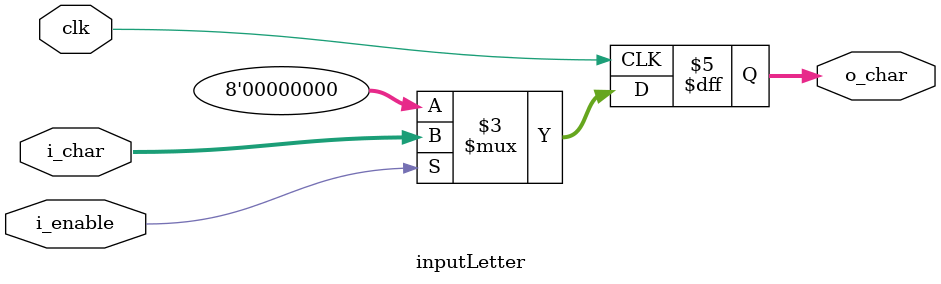
<source format=v>
module inputLetter(
	input clk,
	input [7:0] i_char,
	input i_enable,
	output reg [7:0] o_char
);

	always @(posedge clk) begin
		if(i_enable) begin
			o_char <= i_char;
		end
		else begin
			 o_char <= 8'd0;
		end
	end

endmodule
</source>
